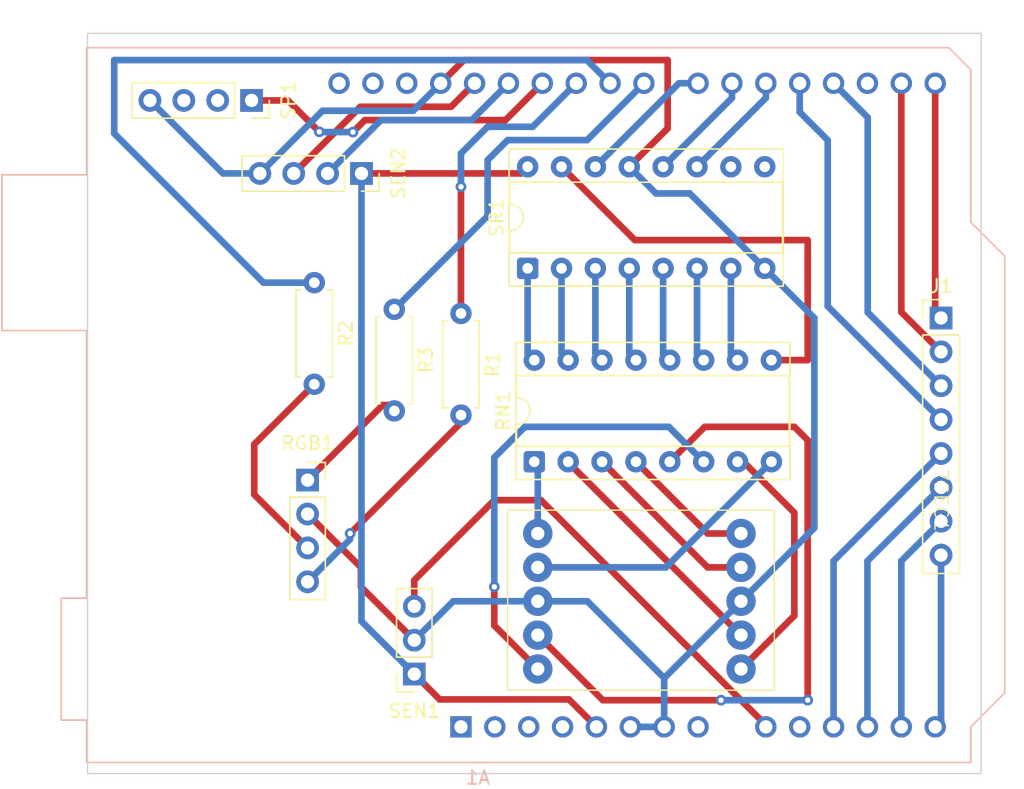
<source format=kicad_pcb>
(kicad_pcb (version 20241229) (generator "pcbnew") (generator_version "9.0")
  (layers (0 "F.Cu" signal) (2 "B.Cu" signal) (13 "F.Paste" user) (15 "B.Paste" user) (5 "F.SilkS" user "F.Silkscreen") (7 "B.SilkS" user "B.Silkscreen") (1 "F.Mask" user) (3 "B.Mask" user) (25 "Edge.Cuts" user))
  (net 0 "")
  (net 1 "/DP")
  (net 2 "GND")
  (net 3 "/G")
  (net 4 "/B")
  (net 5 "/F")
  (net 6 "/D")
  (net 7 "/C")
  (net 8 "/A")
  (net 9 "/E")
  (net 11 "/PWM9")
  (net 12 "/A4")
  (net 15 "/D6")
  (net 16 "/D0")
  (net 17 "/A0")
  (net 18 "/D3")
  (net 19 "/D7")
  (net 20 "/D12")
  (net 22 "/A2")
  (net 23 "/D2")
  (net 24 "/PWM8")
  (net 25 "/D13")
  (net 27 "/PWM11")
  (net 28 "/A1")
  (net 29 "/A3")
  (net 30 "/D5")
  (net 31 "/D1")
  (net 32 "/D4")
  (net 33 "/PWM10")
  (net 36 "/A5")
  (net 37 "/5v")
  (net 39 "Net-(RGB1-Pin_4)")
  (net 40 "Net-(RGB1-Pin_3)")
  (net 41 "Net-(RGB1-Pin_1)")
  (net 42 "Net-(RN1-R8.2)")
  (net 43 "/11")
  (net 44 "Net-(RN1-R4.2)")
  (net 45 "/12")
  (net 46 "Net-(RN1-R1.2)")
  (net 47 "Net-(RN1-R2.2)")
  (net 48 "/10")
  (net 49 "Net-(RN1-R3.2)")
  (footprint "Resistor_THT:R_Axial_DIN0207_L6.3mm_D2.5mm_P7.62mm_Horizontal" (layer "F.Cu") (at 126 73.69 -90)
    (property "Reference" "R3" (at 3.81 -2.37 90) (layer "F.SilkS"))
    (property "Value" "R")
    (fp_line (start 0.54 1.37) (end 7.08 1.37) (stroke (width 0.12)) (layer "F.SilkS"))
    (fp_line (start 7.08 1.37) (end 7.08 1.04) (stroke (width 0.12)) (layer "F.SilkS"))
    (fp_line (start 0.54 1.04) (end 0.54 1.37) (stroke (width 0.12)) (layer "F.SilkS"))
    (fp_line (start 0.54 -1.04) (end 0.54 -1.37) (stroke (width 0.12)) (layer "F.SilkS"))
    (fp_line (start 0.54 -1.37) (end 7.08 -1.37) (stroke (width 0.12)) (layer "F.SilkS"))
    (fp_line (start 7.08 -1.37) (end 7.08 -1.04) (stroke (width 0.12)) (layer "F.SilkS"))
    (pad "1" thru_hole circle (at 0 0 270) (size 1.6 1.6) (drill 0.8) (layers "*.Cu" "*.Mask") (net 24 "/PWM8"))
    (pad "2" thru_hole circle (at 7.62 0 270) (size 1.6 1.6) (drill 0.8) (layers "*.Cu" "*.Mask") (net 41 "Net-(RGB1-Pin_1)"))
  )
  (footprint "footprints:LS-5161AS" (layer "F.Cu") (at 152 90.5 -90)
    (property "Reference" "7SEG1" (at -2.5 -15 270) (layer "F.SilkS") (effects (font (thickness 0.1))))
    (property "Value" "D168K")
    (fp_rect (start -1.75 -2.5) (end 11.75 17.5) (stroke (width 0.1)) (fill no) (layer "F.SilkS"))
    (pad "1" thru_hole circle (at 0 0 270) (size 2.2 2.2) (drill 1) (layers "*.Cu" "*.Mask") (net 9 "/E"))
    (pad "2" thru_hole circle (at 2.54 0 270) (size 2.2 2.2) (drill 1) (layers "*.Cu" "*.Mask") (net 6 "/D"))
    (pad "3" thru_hole circle (at 5.08 0 270) (size 2.2 2.2) (drill 1) (layers "*.Cu" "*.Mask") (net 2 "GND"))
    (pad "4" thru_hole circle (at 7.62 0 270) (size 2.2 2.2) (drill 1) (layers "*.Cu" "*.Mask") (net 7 "/C"))
    (pad "5" thru_hole circle (at 10.16 0 270) (size 2.2 2.2) (drill 1) (layers "*.Cu" "*.Mask") (net 1 "/DP"))
    (pad "6" thru_hole circle (at 0 15.24 270) (size 2.2 2.2) (drill 1) (layers "*.Cu" "*.Mask") (net 4 "/B"))
    (pad "7" thru_hole circle (at 2.54 15.24 270) (size 2.2 2.2) (drill 1) (layers "*.Cu" "*.Mask") (net 8 "/A"))
    (pad "8" thru_hole circle (at 5.08 15.24 270) (size 2.2 2.2) (drill 1) (layers "*.Cu" "*.Mask") (net 2 "GND"))
    (pad "9" thru_hole circle (at 7.62 15.24 270) (size 2.2 2.2) (drill 1) (layers "*.Cu" "*.Mask") (net 5 "/F"))
    (pad "10" thru_hole circle (at 10.16 15.24 270) (size 2.2 2.2) (drill 1) (layers "*.Cu" "*.Mask") (net 3 "/G"))
  )
  (footprint "Resistor_THT:R_Axial_DIN0207_L6.3mm_D2.5mm_P7.62mm_Horizontal" (layer "F.Cu") (at 120 71.69 -90)
    (property "Reference" "R2" (at 3.81 -2.37 90) (layer "F.SilkS"))
    (property "Value" "R")
    (fp_line (start 0.54 1.37) (end 7.08 1.37) (stroke (width 0.12)) (layer "F.SilkS"))
    (fp_line (start 7.08 1.37) (end 7.08 1.04) (stroke (width 0.12)) (layer "F.SilkS"))
    (fp_line (start 0.54 1.04) (end 0.54 1.37) (stroke (width 0.12)) (layer "F.SilkS"))
    (fp_line (start 0.54 -1.04) (end 0.54 -1.37) (stroke (width 0.12)) (layer "F.SilkS"))
    (fp_line (start 0.54 -1.37) (end 7.08 -1.37) (stroke (width 0.12)) (layer "F.SilkS"))
    (fp_line (start 7.08 -1.37) (end 7.08 -1.04) (stroke (width 0.12)) (layer "F.SilkS"))
    (pad "1" thru_hole circle (at 0 0 270) (size 1.6 1.6) (drill 0.8) (layers "*.Cu" "*.Mask") (net 11 "/PWM9"))
    (pad "2" thru_hole circle (at 7.62 0 270) (size 1.6 1.6) (drill 0.8) (layers "*.Cu" "*.Mask") (net 40 "Net-(RGB1-Pin_3)"))
  )
  (footprint "Connector_PinHeader_2.54mm:PinHeader_1x08_P2.54mm_Vertical" (layer "F.Cu") (at 167 74.34)
    (property "Reference" "J1" (at 0 -2.38 0) (layer "F.SilkS"))
    (property "Value" "Conn_01x08_Pin")
    (fp_line (start -1.38 -1.38) (end 0 -1.38) (stroke (width 0.12)) (layer "F.SilkS"))
    (fp_line (start -1.38 0) (end -1.38 -1.38) (stroke (width 0.12)) (layer "F.SilkS"))
    (fp_line (start -1.38 1.27) (end -1.38 19.16) (stroke (width 0.12)) (layer "F.SilkS"))
    (fp_line (start -1.38 1.27) (end 1.38 1.27) (stroke (width 0.12)) (layer "F.SilkS"))
    (fp_line (start -1.38 19.16) (end 1.38 19.16) (stroke (width 0.12)) (layer "F.SilkS"))
    (fp_line (start 1.38 1.27) (end 1.38 19.16) (stroke (width 0.12)) (layer "F.SilkS"))
    (pad "1" thru_hole rect (at 0 0) (size 1.7 1.7) (drill 1) (layers "*.Cu" "*.Mask") (net 16 "/D0"))
    (pad "2" thru_hole circle (at 0 2.54) (size 1.7 1.7) (drill 1) (layers "*.Cu" "*.Mask") (net 31 "/D1"))
    (pad "3" thru_hole circle (at 0 5.08) (size 1.7 1.7) (drill 1) (layers "*.Cu" "*.Mask") (net 18 "/D3"))
    (pad "4" thru_hole circle (at 0 7.62) (size 1.7 1.7) (drill 1) (layers "*.Cu" "*.Mask") (net 32 "/D4"))
    (pad "5" thru_hole circle (at 0 10.16) (size 1.7 1.7) (drill 1) (layers "*.Cu" "*.Mask") (net 22 "/A2"))
    (pad "6" thru_hole circle (at 0 12.7) (size 1.7 1.7) (drill 1) (layers "*.Cu" "*.Mask") (net 29 "/A3"))
    (pad "7" thru_hole circle (at 0 15.24) (size 1.7 1.7) (drill 1) (layers "*.Cu" "*.Mask") (net 12 "/A4"))
    (pad "8" thru_hole circle (at 0 17.78) (size 1.7 1.7) (drill 1) (layers "*.Cu" "*.Mask") (net 36 "/A5"))
  )
  (footprint "Connector_PinSocket_2.54mm:PinSocket_1x04_P2.54mm_Vertical" (layer "F.Cu") (at 115.3 58.025 -90)
    (property "Reference" "SP1" (at 0 -2.77 90) (layer "F.SilkS"))
    (property "Value" "Conn_01x04_Socket")
    (fp_line (start -1.33 8.95) (end 1.33 8.95) (stroke (width 0.12)) (layer "F.SilkS"))
    (fp_line (start -1.33 1.27) (end -1.33 8.95) (stroke (width 0.12)) (layer "F.SilkS"))
    (fp_line (start -1.33 1.27) (end 1.33 1.27) (stroke (width 0.12)) (layer "F.SilkS"))
    (fp_line (start 1.33 1.27) (end 1.33 8.95) (stroke (width 0.12)) (layer "F.SilkS"))
    (fp_line (start 0 -1.33) (end 1.33 -1.33) (stroke (width 0.12)) (layer "F.SilkS"))
    (fp_line (start 1.33 -1.33) (end 1.33 0) (stroke (width 0.12)) (layer "F.SilkS"))
    (pad "1" thru_hole rect (at 0 0 270) (size 1.7 1.7) (drill 1) (layers "*.Cu" "*.Mask") (net 27 "/PWM11"))
    (pad "2" thru_hole circle (at 0 2.54 270) (size 1.7 1.7) (drill 1) (layers "*.Cu" "*.Mask"))
    (pad "3" thru_hole circle (at 0 5.08 270) (size 1.7 1.7) (drill 1) (layers "*.Cu" "*.Mask"))
    (pad "4" thru_hole circle (at 0 7.62 270) (size 1.7 1.7) (drill 1) (layers "*.Cu" "*.Mask") (net 2 "GND"))
  )
  (footprint "Connector_PinSocket_2.54mm:PinSocket_1x04_P2.54mm_Vertical" (layer "F.Cu") (at 123.54 63.5 -90)
    (property "Reference" "SEN2" (at 0 -2.77 90) (layer "F.SilkS"))
    (property "Value" "Conn_01x04_Socket")
    (fp_line (start -1.33 8.95) (end 1.33 8.95) (stroke (width 0.12)) (layer "F.SilkS"))
    (fp_line (start -1.33 1.27) (end -1.33 8.95) (stroke (width 0.12)) (layer "F.SilkS"))
    (fp_line (start -1.33 1.27) (end 1.33 1.27) (stroke (width 0.12)) (layer "F.SilkS"))
    (fp_line (start 1.33 1.27) (end 1.33 8.95) (stroke (width 0.12)) (layer "F.SilkS"))
    (fp_line (start 0 -1.33) (end 1.33 -1.33) (stroke (width 0.12)) (layer "F.SilkS"))
    (fp_line (start 1.33 -1.33) (end 1.33 0) (stroke (width 0.12)) (layer "F.SilkS"))
    (pad "1" thru_hole rect (at 0 0 270) (size 1.7 1.7) (drill 1) (layers "*.Cu" "*.Mask") (net 37 "/5v"))
    (pad "2" thru_hole circle (at 0 2.54 270) (size 1.7 1.7) (drill 1) (layers "*.Cu" "*.Mask") (net 20 "/D12"))
    (pad "3" thru_hole circle (at 0 5.08 270) (size 1.7 1.7) (drill 1) (layers "*.Cu" "*.Mask") (net 25 "/D13"))
    (pad "4" thru_hole circle (at 0 7.62 270) (size 1.7 1.7) (drill 1) (layers "*.Cu" "*.Mask") (net 2 "GND"))
  )
  (footprint "Package_DIP:DIP-16_W7.62mm_Socket" (layer "F.Cu") (at 136 70.62 90)
    (property "Reference" "SR1" (at 3.81 -2.33 90) (layer "F.SilkS"))
    (property "Value" "74HC595")
    (fp_line (start 6.46 -1.33) (end 4.81 -1.33) (stroke (width 0.12)) (layer "F.SilkS"))
    (fp_line (start 2.81 -1.33) (end 1.16 -1.33) (stroke (width 0.12)) (layer "F.SilkS"))
    (fp_line (start 1.16 -1.33) (end 1.16 19.11) (stroke (width 0.12)) (layer "F.SilkS"))
    (fp_line (start 6.46 19.11) (end 6.46 -1.33) (stroke (width 0.12)) (layer "F.SilkS"))
    (fp_line (start 1.16 19.11) (end 6.46 19.11) (stroke (width 0.12)) (layer "F.SilkS"))
    (fp_rect (start -1.33 -1.39) (end 8.95 19.17) (stroke (width 0.12)) (fill no) (layer "F.SilkS"))
    (fp_arc (start 4.81 -1.33) (mid 3.81 -0.33) (end 2.81 -1.33) (stroke (width 0.12)) (layer "F.SilkS"))
    (pad "1" thru_hole roundrect (at 0 0 90) (size 1.6 1.6) (drill 0.8) (layers "*.Cu" "*.Mask") (roundrect_rratio 0.15625) (net 46 "Net-(RN1-R1.2)"))
    (pad "2" thru_hole circle (at 0 2.54 90) (size 1.6 1.6) (drill 0.8) (layers "*.Cu" "*.Mask") (net 47 "Net-(RN1-R2.2)"))
    (pad "3" thru_hole circle (at 0 5.08 90) (size 1.6 1.6) (drill 0.8) (layers "*.Cu" "*.Mask") (net 49 "Net-(RN1-R3.2)"))
    (pad "4" thru_hole circle (at 0 7.62 90) (size 1.6 1.6) (drill 0.8) (layers "*.Cu" "*.Mask") (net 44 "Net-(RN1-R4.2)"))
    (pad "5" thru_hole circle (at 0 10.16 90) (size 1.6 1.6) (drill 0.8) (layers "*.Cu" "*.Mask") (net 45 "/12"))
    (pad "6" thru_hole circle (at 0 12.7 90) (size 1.6 1.6) (drill 0.8) (layers "*.Cu" "*.Mask") (net 43 "/11"))
    (pad "7" thru_hole circle (at 0 15.24 90) (size 1.6 1.6) (drill 0.8) (layers "*.Cu" "*.Mask") (net 48 "/10"))
    (pad "8" thru_hole circle (at 0 17.78 90) (size 1.6 1.6) (drill 0.8) (layers "*.Cu" "*.Mask") (net 2 "GND"))
    (pad "9" thru_hole circle (at 7.62 17.78 90) (size 1.6 1.6) (drill 0.8) (layers "*.Cu" "*.Mask"))
    (pad "10" thru_hole circle (at 7.62 15.24 90) (size 1.6 1.6) (drill 0.8) (layers "*.Cu" "*.Mask"))
    (pad "11" thru_hole circle (at 7.62 12.7 90) (size 1.6 1.6) (drill 0.8) (layers "*.Cu" "*.Mask") (net 30 "/D5"))
    (pad "12" thru_hole circle (at 7.62 10.16 90) (size 1.6 1.6) (drill 0.8) (layers "*.Cu" "*.Mask") (net 15 "/D6"))
    (pad "13" thru_hole circle (at 7.62 7.62 90) (size 1.6 1.6) (drill 0.8) (layers "*.Cu" "*.Mask") (net 2 "GND"))
    (pad "14" thru_hole circle (at 7.62 5.08 90) (size 1.6 1.6) (drill 0.8) (layers "*.Cu" "*.Mask") (net 19 "/D7"))
    (pad "15" thru_hole circle (at 7.62 2.54 90) (size 1.6 1.6) (drill 0.8) (layers "*.Cu" "*.Mask") (net 42 "Net-(RN1-R8.2)"))
    (pad "16" thru_hole circle (at 7.62 0 90) (size 1.6 1.6) (drill 0.8) (layers "*.Cu" "*.Mask") (net 37 "/5v"))
  )
  (footprint "Resistor_THT:R_Axial_DIN0207_L6.3mm_D2.5mm_P7.62mm_Horizontal" (layer "F.Cu") (at 131 74 -90)
    (property "Reference" "R1" (at 3.81 -2.37 90) (layer "F.SilkS"))
    (property "Value" "R")
    (fp_line (start 0.54 1.37) (end 7.08 1.37) (stroke (width 0.12)) (layer "F.SilkS"))
    (fp_line (start 7.08 1.37) (end 7.08 1.04) (stroke (width 0.12)) (layer "F.SilkS"))
    (fp_line (start 0.54 1.04) (end 0.54 1.37) (stroke (width 0.12)) (layer "F.SilkS"))
    (fp_line (start 0.54 -1.04) (end 0.54 -1.37) (stroke (width 0.12)) (layer "F.SilkS"))
    (fp_line (start 0.54 -1.37) (end 7.08 -1.37) (stroke (width 0.12)) (layer "F.SilkS"))
    (fp_line (start 7.08 -1.37) (end 7.08 -1.04) (stroke (width 0.12)) (layer "F.SilkS"))
    (pad "1" thru_hole circle (at 0 0 270) (size 1.6 1.6) (drill 0.8) (layers "*.Cu" "*.Mask") (net 33 "/PWM10"))
    (pad "2" thru_hole circle (at 7.62 0 270) (size 1.6 1.6) (drill 0.8) (layers "*.Cu" "*.Mask") (net 39 "Net-(RGB1-Pin_4)"))
  )
  (footprint "Connector_PinSocket_2.54mm:PinSocket_1x04_P2.54mm_Vertical" (layer "F.Cu") (at 119.5 86.5)
    (property "Reference" "RGB1" (at 0 -2.77 0) (layer "F.SilkS"))
    (property "Value" "Conn_01x04_Socket")
    (fp_line (start -1.33 1.27) (end -1.33 8.95) (stroke (width 0.12)) (layer "F.SilkS"))
    (fp_line (start -1.33 1.27) (end 1.33 1.27) (stroke (width 0.12)) (layer "F.SilkS"))
    (fp_line (start -1.33 8.95) (end 1.33 8.95) (stroke (width 0.12)) (layer "F.SilkS"))
    (fp_line (start 0 -1.33) (end 1.33 -1.33) (stroke (width 0.12)) (layer "F.SilkS"))
    (fp_line (start 1.33 -1.33) (end 1.33 0) (stroke (width 0.12)) (layer "F.SilkS"))
    (fp_line (start 1.33 1.27) (end 1.33 8.95) (stroke (width 0.12)) (layer "F.SilkS"))
    (pad "1" thru_hole rect (at 0 0) (size 1.7 1.7) (drill 1) (layers "*.Cu" "*.Mask") (net 41 "Net-(RGB1-Pin_1)"))
    (pad "2" thru_hole circle (at 0 2.54) (size 1.7 1.7) (drill 1) (layers "*.Cu" "*.Mask") (net 2 "GND"))
    (pad "3" thru_hole circle (at 0 5.08) (size 1.7 1.7) (drill 1) (layers "*.Cu" "*.Mask") (net 40 "Net-(RGB1-Pin_3)"))
    (pad "4" thru_hole circle (at 0 7.62) (size 1.7 1.7) (drill 1) (layers "*.Cu" "*.Mask") (net 39 "Net-(RGB1-Pin_4)"))
  )
  (footprint "Connector_PinSocket_2.54mm:PinSocket_1x03_P2.54mm_Vertical" (layer "F.Cu") (at 127.5 101.04 180)
    (property "Reference" "SEN1" (at 0 -2.77 0) (layer "F.SilkS"))
    (property "Value" "Conn_01x03_Socket")
    (fp_line (start 1.33 1.27) (end 1.33 6.41) (stroke (width 0.12)) (layer "F.SilkS"))
    (fp_line (start 1.33 -1.33) (end 1.33 0) (stroke (width 0.12)) (layer "F.SilkS"))
    (fp_line (start 0 -1.33) (end 1.33 -1.33) (stroke (width 0.12)) (layer "F.SilkS"))
    (fp_line (start -1.33 6.41) (end 1.33 6.41) (stroke (width 0.12)) (layer "F.SilkS"))
    (fp_line (start -1.33 1.27) (end 1.33 1.27) (stroke (width 0.12)) (layer "F.SilkS"))
    (fp_line (start -1.33 1.27) (end -1.33 6.41) (stroke (width 0.12)) (layer "F.SilkS"))
    (pad "1" thru_hole rect (at 0 0 180) (size 1.7 1.7) (drill 1) (layers "*.Cu" "*.Mask") (net 37 "/5v"))
    (pad "2" thru_hole circle (at 0 2.54 180) (size 1.7 1.7) (drill 1) (layers "*.Cu" "*.Mask") (net 2 "GND"))
    (pad "3" thru_hole circle (at 0 5.08 180) (size 1.7 1.7) (drill 1) (layers "*.Cu" "*.Mask") (net 17 "/A0"))
  )
  (footprint "Package_DIP:DIP-16_W7.62mm_Socket" (layer "F.Cu") (at 136.5 85.12 90)
    (property "Reference" "RN1" (at 3.81 -2.33 90) (layer "F.SilkS"))
    (property "Value" "R_Pack08")
    (fp_line (start 6.46 -1.33) (end 4.81 -1.33) (stroke (width 0.12)) (layer "F.SilkS"))
    (fp_line (start 2.81 -1.33) (end 1.16 -1.33) (stroke (width 0.12)) (layer "F.SilkS"))
    (fp_line (start 1.16 -1.33) (end 1.16 19.11) (stroke (width 0.12)) (layer "F.SilkS"))
    (fp_line (start 6.46 19.11) (end 6.46 -1.33) (stroke (width 0.12)) (layer "F.SilkS"))
    (fp_line (start 1.16 19.11) (end 6.46 19.11) (stroke (width 0.12)) (layer "F.SilkS"))
    (fp_rect (start -1.33 -1.39) (end 8.95 19.17) (stroke (width 0.12)) (fill no) (layer "F.SilkS"))
    (fp_arc (start 4.81 -1.33) (mid 3.81 -0.33) (end 2.81 -1.33) (stroke (width 0.12)) (layer "F.SilkS"))
    (pad "1" thru_hole roundrect (at 0 0 90) (size 1.6 1.6) (drill 0.8) (layers "*.Cu" "*.Mask") (roundrect_rratio 0.15625) (net 4 "/B"))
    (pad "2" thru_hole circle (at 0 2.54 90) (size 1.6 1.6) (drill 0.8) (layers "*.Cu" "*.Mask") (net 7 "/C"))
    (pad "3" thru_hole circle (at 0 5.08 90) (size 1.6 1.6) (drill 0.8) (layers "*.Cu" "*.Mask") (net 6 "/D"))
    (pad "4" thru_hole circle (at 0 7.62 90) (size 1.6 1.6) (drill 0.8) (layers "*.Cu" "*.Mask") (net 9 "/E"))
    (pad "5" thru_hole circle (at 0 10.16 90) (size 1.6 1.6) (drill 0.8) (layers "*.Cu" "*.Mask") (net 5 "/F"))
    (pad "6" thru_hole circle (at 0 12.7 90) (size 1.6 1.6) (drill 0.8) (layers "*.Cu" "*.Mask") (net 3 "/G"))
    (pad "7" thru_hole circle (at 0 15.24 90) (size 1.6 1.6) (drill 0.8) (layers "*.Cu" "*.Mask") (net 1 "/DP"))
    (pad "8" thru_hole circle (at 0 17.78 90) (size 1.6 1.6) (drill 0.8) (layers "*.Cu" "*.Mask") (net 8 "/A"))
    (pad "9" thru_hole circle (at 7.62 17.78 90) (size 1.6 1.6) (drill 0.8) (layers "*.Cu" "*.Mask") (net 42 "Net-(RN1-R8.2)"))
    (pad "10" thru_hole circle (at 7.62 15.24 90) (size 1.6 1.6) (drill 0.8) (layers "*.Cu" "*.Mask") (net 48 "/10"))
    (pad "11" thru_hole circle (at 7.62 12.7 90) (size 1.6 1.6) (drill 0.8) (layers "*.Cu" "*.Mask") (net 43 "/11"))
    (pad "12" thru_hole circle (at 7.62 10.16 90) (size 1.6 1.6) (drill 0.8) (layers "*.Cu" "*.Mask") (net 45 "/12"))
    (pad "13" thru_hole circle (at 7.62 7.62 90) (size 1.6 1.6) (drill 0.8) (layers "*.Cu" "*.Mask") (net 44 "Net-(RN1-R4.2)"))
    (pad "14" thru_hole circle (at 7.62 5.08 90) (size 1.6 1.6) (drill 0.8) (layers "*.Cu" "*.Mask") (net 49 "Net-(RN1-R3.2)"))
    (pad "15" thru_hole circle (at 7.62 2.54 90) (size 1.6 1.6) (drill 0.8) (layers "*.Cu" "*.Mask") (net 47 "Net-(RN1-R2.2)"))
    (pad "16" thru_hole circle (at 7.62 0 90) (size 1.6 1.6) (drill 0.8) (layers "*.Cu" "*.Mask") (net 46 "Net-(RN1-R1.2)"))
  )
  (footprint "Module:Arduino_UNO_R3" (layer "B.Cu") (at 131 105)
    (property "Reference" "A1" (at 1.27 3.81 0) (layer "B.SilkS") (effects (justify mirror)))
    (property "Value" "Arduino_UNO_R3")
    (fp_line (start -34.42 -41.4) (end -28.07 -41.4) (stroke (width 0.12)) (layer "B.SilkS"))
    (fp_line (start -34.42 -29.72) (end -34.42 -41.4) (stroke (width 0.12)) (layer "B.SilkS"))
    (fp_line (start -29.97 -9.65) (end -28.07 -9.65) (stroke (width 0.12)) (layer "B.SilkS"))
    (fp_line (start -29.97 -0.51) (end -29.97 -9.65) (stroke (width 0.12)) (layer "B.SilkS"))
    (fp_line (start -28.07 -50.93) (end 36.58 -50.93) (stroke (width 0.12)) (layer "B.SilkS"))
    (fp_line (start -28.07 -41.4) (end -28.07 -50.93) (stroke (width 0.12)) (layer "B.SilkS"))
    (fp_line (start -28.07 -29.72) (end -34.42 -29.72) (stroke (width 0.12)) (layer "B.SilkS"))
    (fp_line (start -28.07 -9.65) (end -28.07 -29.72) (stroke (width 0.12)) (layer "B.SilkS"))
    (fp_line (start -28.07 -0.51) (end -29.97 -0.51) (stroke (width 0.12)) (layer "B.SilkS"))
    (fp_line (start -28.07 2.67) (end -28.07 -0.51) (stroke (width 0.12)) (layer "B.SilkS"))
    (fp_line (start 36.58 -50.93) (end 38.23 -49.28) (stroke (width 0.12)) (layer "B.SilkS"))
    (fp_line (start 38.23 -49.28) (end 38.23 -37.85) (stroke (width 0.12)) (layer "B.SilkS"))
    (fp_line (start 38.23 -37.85) (end 40.77 -35.31) (stroke (width 0.12)) (layer "B.SilkS"))
    (fp_line (start 38.23 0) (end 38.23 2.67) (stroke (width 0.12)) (layer "B.SilkS"))
    (fp_line (start 38.23 2.67) (end -28.07 2.67) (stroke (width 0.12)) (layer "B.SilkS"))
    (fp_line (start 40.77 -35.31) (end 40.77 -2.54) (stroke (width 0.12)) (layer "B.SilkS"))
    (fp_line (start 40.77 -2.54) (end 38.23 0) (stroke (width 0.12)) (layer "B.SilkS"))
    (pad "1" thru_hole rect (at 0 0 270) (size 1.6 1.6) (drill 1) (layers "*.Cu" "*.Mask"))
    (pad "2" thru_hole oval (at 2.54 0 270) (size 1.6 1.6) (drill 1) (layers "*.Cu" "*.Mask"))
    (pad "3" thru_hole oval (at 5.08 0 270) (size 1.6 1.6) (drill 1) (layers "*.Cu" "*.Mask"))
    (pad "4" thru_hole oval (at 7.62 0 270) (size 1.6 1.6) (drill 1) (layers "*.Cu" "*.Mask"))
    (pad "5" thru_hole oval (at 10.16 0 270) (size 1.6 1.6) (drill 1) (layers "*.Cu" "*.Mask") (net 37 "/5v"))
    (pad "6" thru_hole oval (at 12.7 0 270) (size 1.6 1.6) (drill 1) (layers "*.Cu" "*.Mask") (net 2 "GND"))
    (pad "7" thru_hole oval (at 15.24 0 270) (size 1.6 1.6) (drill 1) (layers "*.Cu" "*.Mask") (net 2 "GND"))
    (pad "8" thru_hole oval (at 17.78 0 270) (size 1.6 1.6) (drill 1) (layers "*.Cu" "*.Mask"))
    (pad "9" thru_hole oval (at 22.86 0 270) (size 1.6 1.6) (drill 1) (layers "*.Cu" "*.Mask") (net 17 "/A0"))
    (pad "10" thru_hole oval (at 25.4 0 270) (size 1.6 1.6) (drill 1) (layers "*.Cu" "*.Mask") (net 28 "/A1"))
    (pad "11" thru_hole oval (at 27.94 0 270) (size 1.6 1.6) (drill 1) (layers "*.Cu" "*.Mask") (net 22 "/A2"))
    (pad "12" thru_hole oval (at 30.48 0 270) (size 1.6 1.6) (drill 1) (layers "*.Cu" "*.Mask") (net 29 "/A3"))
    (pad "13" thru_hole oval (at 33.02 0 270) (size 1.6 1.6) (drill 1) (layers "*.Cu" "*.Mask") (net 12 "/A4"))
    (pad "14" thru_hole oval (at 35.56 0 270) (size 1.6 1.6) (drill 1) (layers "*.Cu" "*.Mask") (net 36 "/A5"))
    (pad "15" thru_hole oval (at 35.56 -48.26 270) (size 1.6 1.6) (drill 1) (layers "*.Cu" "*.Mask") (net 16 "/D0"))
    (pad "16" thru_hole oval (at 33.02 -48.26 270) (size 1.6 1.6) (drill 1) (layers "*.Cu" "*.Mask") (net 31 "/D1"))
    (pad "17" thru_hole oval (at 30.48 -48.26 270) (size 1.6 1.6) (drill 1) (layers "*.Cu" "*.Mask") (net 23 "/D2"))
    (pad "18" thru_hole oval (at 27.94 -48.26 270) (size 1.6 1.6) (drill 1) (layers "*.Cu" "*.Mask") (net 18 "/D3"))
    (pad "19" thru_hole oval (at 25.4 -48.26 270) (size 1.6 1.6) (drill 1) (layers "*.Cu" "*.Mask") (net 32 "/D4"))
    (pad "20" thru_hole oval (at 22.86 -48.26 270) (size 1.6 1.6) (drill 1) (layers "*.Cu" "*.Mask") (net 30 "/D5"))
    (pad "21" thru_hole oval (at 20.32 -48.26 270) (size 1.6 1.6) (drill 1) (layers "*.Cu" "*.Mask") (net 15 "/D6"))
    (pad "22" thru_hole oval (at 17.78 -48.26 270) (size 1.6 1.6) (drill 1) (layers "*.Cu" "*.Mask") (net 19 "/D7"))
    (pad "23" thru_hole oval (at 13.72 -48.26 270) (size 1.6 1.6) (drill 1) (layers "*.Cu" "*.Mask") (net 24 "/PWM8"))
    (pad "24" thru_hole oval (at 11.18 -48.26 270) (size 1.6 1.6) (drill 1) (layers "*.Cu" "*.Mask") (net 11 "/PWM9"))
    (pad "25" thru_hole oval (at 8.64 -48.26 270) (size 1.6 1.6) (drill 1) (layers "*.Cu" "*.Mask") (net 33 "/PWM10"))
    (pad "26" thru_hole oval (at 6.1 -48.26 270) (size 1.6 1.6) (drill 1) (layers "*.Cu" "*.Mask") (net 27 "/PWM11"))
    (pad "27" thru_hole oval (at 3.56 -48.26 270) (size 1.6 1.6) (drill 1) (layers "*.Cu" "*.Mask") (net 20 "/D12"))
    (pad "28" thru_hole oval (at 1.02 -48.26 270) (size 1.6 1.6) (drill 1) (layers "*.Cu" "*.Mask") (net 25 "/D13"))
    (pad "29" thru_hole oval (at -1.52 -48.26 270) (size 1.6 1.6) (drill 1) (layers "*.Cu" "*.Mask") (net 2 "GND"))
    (pad "30" thru_hole oval (at -4.06 -48.26 270) (size 1.6 1.6) (drill 1) (layers "*.Cu" "*.Mask"))
    (pad "31" thru_hole oval (at -6.6 -48.26 270) (size 1.6 1.6) (drill 1) (layers "*.Cu" "*.Mask"))
    (pad "32" thru_hole oval (at -9.14 -48.26 270) (size 1.6 1.6) (drill 1) (layers "*.Cu" "*.Mask"))
  )
  (gr_rect (start 103 53) (end 170 108.5) (stroke (width 0.1)) (fill no) (layer "Edge.Cuts"))
  (segment (start 156 88.94) (end 156 96.66) (width 0.5) (layer "F.Cu") (net 1))
  (segment (start 156 96.66) (end 152 100.66) (width 0.5) (layer "F.Cu") (net 1))
  (segment (start 152.18 85.12) (end 156 88.94) (width 0.5) (layer "F.Cu") (net 1))
  (segment (start 123.5 94.5) (end 127.5 98.5) (width 0.5) (layer "F.Cu") (net 2))
  (segment (start 146.5 60.12) (end 146.5 55) (width 0.5) (layer "F.Cu") (net 2))
  (segment (start 131.22 55) (end 129.48 56.74) (width 0.5) (layer "F.Cu") (net 2))
  (segment (start 146.5 55) (end 131.22 55) (width 0.5) (layer "F.Cu") (net 2))
  (segment (start 119.5 89.04) (end 123.5 93.04) (width 0.5) (layer "F.Cu") (net 2))
  (segment (start 123.5 93.04) (end 123.5 94.5) (width 0.5) (layer "F.Cu") (net 2))
  (segment (start 143.62 63) (end 146.5 60.12) (width 0.5) (layer "F.Cu") (net 2))
  (segment (start 145.62 65) (end 143.62 63) (width 0.5) (layer "B.Cu") (net 2))
  (segment (start 129.48 56.74) (end 127.421 58.799) (width 0.5) (layer "B.Cu") (net 2))
  (segment (start 136.76 95.58) (end 140.48 95.58) (width 0.5) (layer "B.Cu") (net 2))
  (segment (start 130.42 95.58) (end 127.5 98.5) (width 0.5) (layer "B.Cu") (net 2))
  (segment (start 152 95.58) (end 146.24 101.34) (width 0.5) (layer "B.Cu") (net 2))
  (segment (start 140.48 95.58) (end 146.24 101.34) (width 0.5) (layer "B.Cu") (net 2))
  (segment (start 127.421 58.799) (end 120.621 58.799) (width 0.5) (layer "B.Cu") (net 2))
  (segment (start 157.5 74.34) (end 153.78 70.62) (width 0.5) (layer "B.Cu") (net 2))
  (segment (start 120.621 58.799) (end 115.92 63.5) (width 0.5) (layer "B.Cu") (net 2))
  (segment (start 113.155 63.5) (end 107.68 58.025) (width 0.5) (layer "B.Cu") (net 2))
  (segment (start 136.76 95.58) (end 130.42 95.58) (width 0.5) (layer "B.Cu") (net 2))
  (segment (start 146.24 101.34) (end 146.24 105) (width 0.5) (layer "B.Cu") (net 2))
  (segment (start 157.5 90.08) (end 157.5 74.34) (width 0.5) (layer "B.Cu") (net 2))
  (segment (start 115.92 63.5) (end 113.155 63.5) (width 0.5) (layer "B.Cu") (net 2))
  (segment (start 153.78 70.62) (end 148.16 65) (width 0.5) (layer "B.Cu") (net 2))
  (segment (start 148.16 65) (end 145.62 65) (width 0.5) (layer "B.Cu") (net 2))
  (segment (start 152 95.58) (end 157.5 90.08) (width 0.5) (layer "B.Cu") (net 2))
  (segment (start 146.24 105) (end 143.7 105) (width 0.5) (layer "B.Cu") (net 2))
  (segment (start 133.5 97.4) (end 136.76 100.66) (width 0.5) (layer "F.Cu") (net 3))
  (segment (start 133.5 94.5) (end 133.5 97.4) (width 0.5) (layer "F.Cu") (net 3))
  (via (at 133.5 94.5) (size 0.8) (drill 0.4) (layers "F.Cu" "B.Cu") (net 3))
  (segment (start 149.2 85.12) (end 146.58 82.5) (width 0.5) (layer "B.Cu") (net 3))
  (segment (start 133.5 84.797565) (end 133.5 94.5) (width 0.5) (layer "B.Cu") (net 3))
  (segment (start 146.58 82.5) (end 135.797565 82.5) (width 0.5) (layer "B.Cu") (net 3))
  (segment (start 135.797565 82.5) (end 133.5 84.797565) (width 0.5) (layer "B.Cu") (net 3))
  (segment (start 136.76 90.5) (end 136.76 85.38) (width 0.5) (layer "B.Cu") (net 4))
  (segment (start 157 83.5) (end 157 103) (width 0.5) (layer "F.Cu") (net 5))
  (segment (start 149.28 82.5) (end 156 82.5) (width 0.5) (layer "F.Cu") (net 5))
  (segment (start 146.66 85.12) (end 149.28 82.5) (width 0.5) (layer "F.Cu") (net 5))
  (segment (start 156 82.5) (end 157 83.5) (width 0.5) (layer "F.Cu") (net 5))
  (segment (start 141.64 103) (end 136.76 98.12) (width 0.5) (layer "F.Cu") (net 5))
  (segment (start 150.5 103) (end 141.64 103) (width 0.5) (layer "F.Cu") (net 5))
  (via (at 157 103) (size 0.8) (drill 0.4) (layers "F.Cu" "B.Cu") (net 5))
  (via (at 150.5 103) (size 0.8) (drill 0.4) (layers "F.Cu" "B.Cu") (net 5))
  (segment (start 157 103) (end 150.5 103) (width 0.5) (layer "B.Cu") (net 5))
  (segment (start 149.5 93.04) (end 141.58 85.12) (width 0.5) (layer "F.Cu") (net 6))
  (segment (start 152 93.04) (end 149.5 93.04) (width 0.5) (layer "F.Cu") (net 6))
  (segment (start 152 98.12) (end 139.04 85.16) (width 0.5) (layer "F.Cu") (net 7))
  (segment (start 154.28 85.12) (end 146.36 93.04) (width 0.5) (layer "B.Cu") (net 8))
  (segment (start 146.36 93.04) (end 136.76 93.04) (width 0.5) (layer "B.Cu") (net 8))
  (segment (start 149.5 90.5) (end 144.12 85.12) (width 0.5) (layer "F.Cu") (net 9))
  (segment (start 152 90.5) (end 149.5 90.5) (width 0.5) (layer "F.Cu") (net 9))
  (segment (start 105 60.5) (end 105 54.999481) (width 0.5) (layer "B.Cu") (net 11))
  (segment (start 140.439481 54.999481) (end 142.18 56.74) (width 0.5) (layer "B.Cu") (net 11))
  (segment (start 120 71.69) (end 116.19 71.69) (width 0.5) (layer "B.Cu") (net 11))
  (segment (start 116.19 71.69) (end 105 60.5) (width 0.5) (layer "B.Cu") (net 11))
  (segment (start 105 54.999481) (end 140.439481 54.999481) (width 0.5) (layer "B.Cu") (net 11))
  (segment (start 167 89.58) (end 164.02 92.56) (width 0.5) (layer "B.Cu") (net 12))
  (segment (start 164.02 92.56) (end 164.02 105) (width 0.5) (layer "B.Cu") (net 12))
  (segment (start 151.32 57.84) (end 151.32 56.74) (width 0.5) (layer "B.Cu") (net 15))
  (segment (start 146.16 63) (end 151.32 57.84) (width 0.5) (layer "B.Cu") (net 15))
  (segment (start 166.56 56.74) (end 166.56 73.9) (width 0.5) (layer "F.Cu") (net 16))
  (segment (start 133.5 88) (end 127.5 94) (width 0.5) (layer "F.Cu") (net 17))
  (segment (start 127.5 94) (end 127.5 95.96) (width 0.5) (layer "F.Cu") (net 17))
  (segment (start 153.86 104.86) (end 137 88) (width 0.5) (layer "F.Cu") (net 17))
  (segment (start 137 88) (end 133.5 88) (width 0.5) (layer "F.Cu") (net 17))
  (segment (start 158.94 56.74) (end 161.5 59.3) (width 0.5) (layer "B.Cu") (net 18))
  (segment (start 161.5 73.92) (end 167 79.42) (width 0.5) (layer "B.Cu") (net 18))
  (segment (start 161.5 59.3) (end 161.5 73.92) (width 0.5) (layer "B.Cu") (net 18))
  (segment (start 141.08 63) (end 147.34 56.74) (width 0.5) (layer "B.Cu") (net 19))
  (segment (start 147.34 56.74) (end 148.78 56.74) (width 0.5) (layer "B.Cu") (net 19))
  (segment (start 121 63.5) (end 125 59.5) (width 0.5) (layer "B.Cu") (net 20))
  (segment (start 131.8 59.5) (end 134.56 56.74) (width 0.5) (layer "B.Cu") (net 20))
  (segment (start 125 59.5) (end 131.8 59.5) (width 0.5) (layer "B.Cu") (net 20))
  (segment (start 167 84.5) (end 158.94 92.56) (width 0.5) (layer "B.Cu") (net 22))
  (segment (start 158.94 92.56) (end 158.94 105) (width 0.5) (layer "B.Cu") (net 22))
  (segment (start 133 62.5) (end 133 66.69) (width 0.5) (layer "B.Cu") (net 24))
  (segment (start 144.72 56.74) (end 140.46 61) (width 0.5) (layer "B.Cu") (net 24))
  (segment (start 140.46 61) (end 134.5 61) (width 0.5) (layer "B.Cu") (net 24))
  (segment (start 133 66.69) (end 126 73.69) (width 0.5) (layer "B.Cu") (net 24))
  (segment (start 134.5 61) (end 133 62.5) (width 0.5) (layer "B.Cu") (net 24))
  (segment (start 132.02 56.74) (end 130.26 58.5) (width 0.5) (layer "F.Cu") (net 25))
  (segment (start 123.46 58.5) (end 118.46 63.5) (width 0.5) (layer "F.Cu") (net 25))
  (segment (start 130.26 58.5) (end 123.46 58.5) (width 0.5) (layer "F.Cu") (net 25))
  (segment (start 134.34 59.5) (end 123.797918 59.5) (width 0.5) (layer "F.Cu") (net 27))
  (segment (start 118.025 58.025) (end 115.3 58.025) (width 0.5) (layer "F.Cu") (net 27))
  (segment (start 137.1 56.74) (end 134.34 59.5) (width 0.5) (layer "F.Cu") (net 27))
  (segment (start 120.378959 60.378959) (end 118.025 58.025) (width 0.5) (layer "F.Cu") (net 27))
  (segment (start 123.797918 59.5) (end 122.898959 60.398959) (width 0.5) (layer "F.Cu") (net 27))
  (via (at 122.898959 60.398959) (size 0.8) (drill 0.4) (layers "F.Cu" "B.Cu") (net 27))
  (via (at 120.378959 60.378959) (size 0.8) (drill 0.4) (layers "F.Cu" "B.Cu") (net 27))
  (segment (start 122.898959 60.398959) (end 120.398959 60.398959) (width 0.5) (layer "B.Cu") (net 27))
  (segment (start 120.398959 60.398959) (end 120.378959 60.378959) (width 0.5) (layer "B.Cu") (net 27))
  (segment (start 167 87.04) (end 161.48 92.56) (width 0.5) (layer "B.Cu") (net 29))
  (segment (start 161.48 92.56) (end 161.48 105) (width 0.5) (layer "B.Cu") (net 29))
  (segment (start 148.7 63) (end 153.86 57.84) (width 0.5) (layer "B.Cu") (net 30))
  (segment (start 153.86 57.84) (end 153.86 56.74) (width 0.5) (layer "B.Cu") (net 30))
  (segment (start 164.02 56.74) (end 164.02 73.9) (width 0.5) (layer "F.Cu") (net 31))
  (segment (start 164.02 73.9) (end 167 76.88) (width 0.5) (layer "F.Cu") (net 31))
  (segment (start 158.5 61) (end 158.5 73.46) (width 0.5) (layer "B.Cu") (net 32))
  (segment (start 158.5 73.46) (end 167 81.96) (width 0.5) (layer "B.Cu") (net 32))
  (segment (start 156.4 56.74) (end 156.4 58.9) (width 0.5) (layer "B.Cu") (net 32))
  (segment (start 156.4 58.9) (end 158.5 61) (width 0.5) (layer "B.Cu") (net 32))
  (segment (start 131 74) (end 131 64.5) (width 0.5) (layer "F.Cu") (net 33))
  (via (at 131 64.5) (size 0.8) (drill 0.4) (layers "F.Cu" "B.Cu") (net 33))
  (segment (start 131 62) (end 133 60) (width 0.5) (layer "B.Cu") (net 33))
  (segment (start 136.38 60) (end 139.64 56.74) (width 0.5) (layer "B.Cu") (net 33))
  (segment (start 131 64.5) (end 131 62) (width 0.5) (layer "B.Cu") (net 33))
  (segment (start 133 60) (end 136.38 60) (width 0.5) (layer "B.Cu") (net 33))
  (segment (start 167 104.56) (end 166.56 105) (width 0.5) (layer "B.Cu") (net 36))
  (segment (start 167 92.12) (end 167 104.56) (width 0.5) (layer "B.Cu") (net 36))
  (segment (start 127.5 101.04) (end 129.401859 102.941859) (width 0.5) (layer "F.Cu") (net 37))
  (segment (start 123.54 63.5) (end 135.5 63.5) (width 0.5) (layer "F.Cu") (net 37))
  (segment (start 129.401859 102.941859) (end 139.101859 102.941859) (width 0.5) (layer "F.Cu") (net 37))
  (segment (start 139.101859 102.941859) (end 141.16 105) (width 0.5) (layer "F.Cu") (net 37))
  (segment (start 135.5 63.5) (end 136 63) (width 0.5) (layer "F.Cu") (net 37))
  (segment (start 123.54 97.08) (end 123.54 63.5) (width 0.5) (layer "B.Cu") (net 37))
  (segment (start 127.5 101.04) (end 123.54 97.08) (width 0.5) (layer "B.Cu") (net 37))
  (segment (start 131 81.62) (end 131 82.19) (width 0.5) (layer "F.Cu") (net 39))
  (segment (start 131 82.19) (end 122.69 90.5) (width 0.5) (layer "F.Cu") (net 39))
  (via (at 122.69 90.5) (size 0.8) (drill 0.4) (layers "F.Cu" "B.Cu") (net 39))
  (segment (start 122.69 90.5) (end 122.69 90.93) (width 0.5) (layer "B.Cu") (net 39))
  (segment (start 122.69 90.93) (end 119.5 94.12) (width 0.5) (layer "B.Cu") (net 39))
  (segment (start 115.5 87.58) (end 115.5 83.81) (width 0.5) (layer "F.Cu") (net 40))
  (segment (start 119.5 91.58) (end 115.5 87.58) (width 0.5) (layer "F.Cu") (net 40))
  (segment (start 115.5 83.81) (end 120 79.31) (width 0.5) (layer "F.Cu") (net 40))
  (segment (start 125.131 80.869) (end 125.559 80.869) (width 0.5) (layer "F.Cu") (net 41))
  (segment (start 119.5 86.5) (end 125.131 80.869) (width 0.5) (layer "F.Cu") (net 41))
  (segment (start 125.559 80.869) (end 126 81.31) (width 0.5) (layer "F.Cu") (net 41))
  (segment (start 144.04 68.5) (end 157 68.5) (width 0.5) (layer "F.Cu") (net 42))
  (segment (start 157 68.5) (end 157 77.5) (width 0.5) (layer "F.Cu") (net 42))
  (segment (start 138.54 63) (end 144.04 68.5) (width 0.5) (layer "F.Cu") (net 42))
  (segment (start 157 77.5) (end 154.28 77.5) (width 0.5) (layer "F.Cu") (net 42))
  (segment (start 148.7 70.62) (end 148.7 77) (width 0.5) (layer "B.Cu") (net 43))
  (segment (start 148.7 77) (end 149.2 77.5) (width 0.5) (layer "B.Cu") (net 43))
  (segment (start 143.62 77) (end 144.12 77.5) (width 0.5) (layer "B.Cu") (net 44))
  (segment (start 143.62 70.62) (end 143.62 77) (width 0.5) (layer "B.Cu") (net 44))
  (segment (start 146.16 77) (end 146.66 77.5) (width 0.5) (layer "B.Cu") (net 45))
  (segment (start 146.16 70.62) (end 146.16 77) (width 0.5) (layer "B.Cu") (net 45))
  (segment (start 136 77) (end 136.5 77.5) (width 0.5) (layer "B.Cu") (net 46))
  (segment (start 136 70.62) (end 136 77) (width 0.5) (layer "B.Cu") (net 46))
  (segment (start 138.54 70.62) (end 138.54 77) (width 0.5) (layer "B.Cu") (net 47))
  (segment (start 138.54 77) (end 139.04 77.5) (width 0.5) (layer "B.Cu") (net 47))
  (segment (start 151.24 70.62) (end 151.24 77) (width 0.5) (layer "B.Cu") (net 48))
  (segment (start 151.24 77) (end 151.74 77.5) (width 0.5) (layer "B.Cu") (net 48))
  (segment (start 141.08 77) (end 141.58 77.5) (width 0.5) (layer "B.Cu") (net 49))
  (segment (start 141.08 70.62) (end 141.08 77) (width 0.5) (layer "B.Cu") (net 49))
)
</source>
